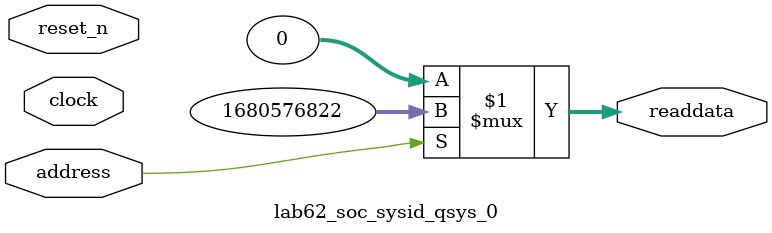
<source format=v>



// synthesis translate_off
`timescale 1ns / 1ps
// synthesis translate_on

// turn off superfluous verilog processor warnings 
// altera message_level Level1 
// altera message_off 10034 10035 10036 10037 10230 10240 10030 

module lab62_soc_sysid_qsys_0 (
               // inputs:
                address,
                clock,
                reset_n,

               // outputs:
                readdata
             )
;

  output  [ 31: 0] readdata;
  input            address;
  input            clock;
  input            reset_n;

  wire    [ 31: 0] readdata;
  //control_slave, which is an e_avalon_slave
  assign readdata = address ? 1680576822 : 0;

endmodule



</source>
